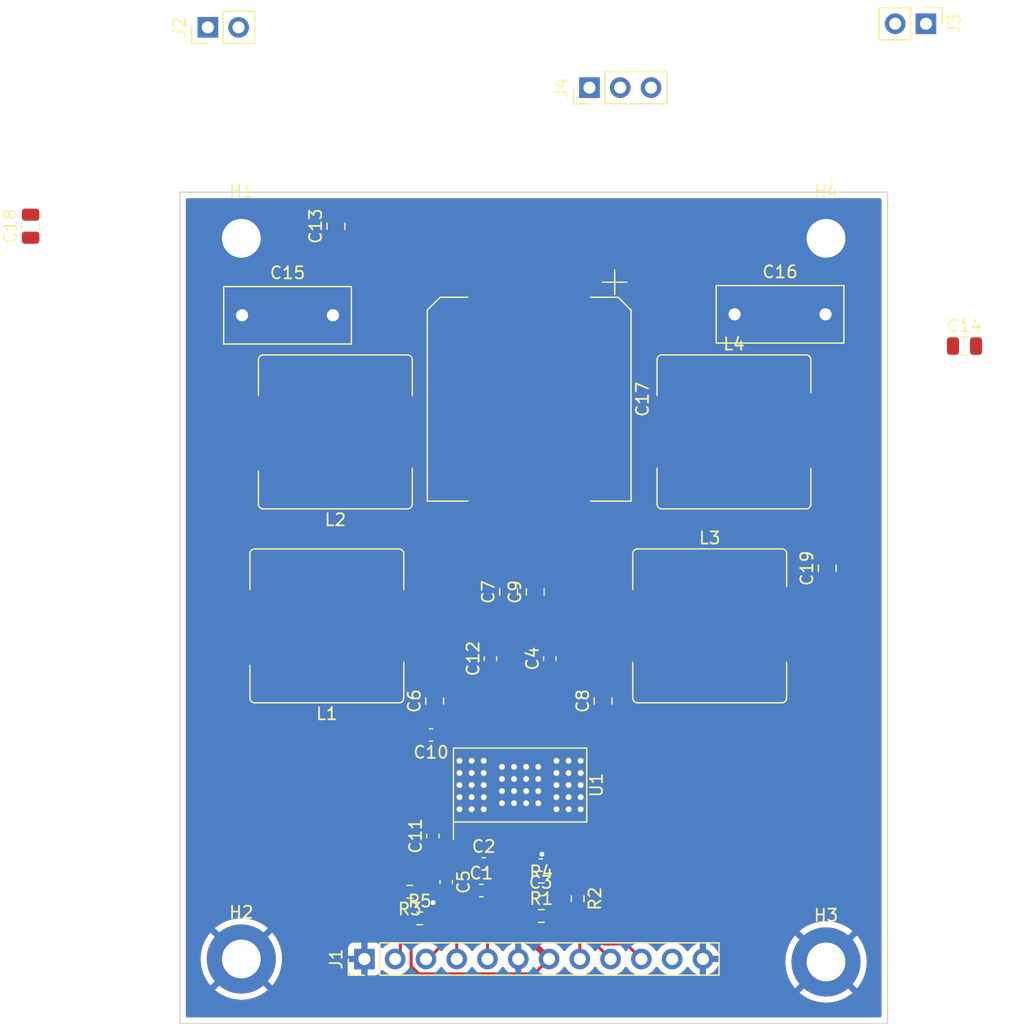
<source format=kicad_pcb>
(kicad_pcb (version 20210228) (generator pcbnew)

  (general
    (thickness 1.6)
  )

  (paper "A4")
  (title_block
    (title "TAS5760M Speaker Amplifier Modyule")
  )

  (layers
    (0 "F.Cu" signal)
    (31 "B.Cu" signal)
    (32 "B.Adhes" user "B.Adhesive")
    (33 "F.Adhes" user "F.Adhesive")
    (34 "B.Paste" user)
    (35 "F.Paste" user)
    (36 "B.SilkS" user "B.Silkscreen")
    (37 "F.SilkS" user "F.Silkscreen")
    (38 "B.Mask" user)
    (39 "F.Mask" user)
    (40 "Dwgs.User" user "User.Drawings")
    (41 "Cmts.User" user "User.Comments")
    (42 "Eco1.User" user "User.Eco1")
    (43 "Eco2.User" user "User.Eco2")
    (44 "Edge.Cuts" user)
    (45 "Margin" user)
    (46 "B.CrtYd" user "B.Courtyard")
    (47 "F.CrtYd" user "F.Courtyard")
    (48 "B.Fab" user)
    (49 "F.Fab" user)
    (50 "User.1" user)
    (51 "User.2" user)
    (52 "User.3" user)
    (53 "User.4" user)
    (54 "User.5" user)
    (55 "User.6" user)
    (56 "User.7" user)
    (57 "User.8" user)
    (58 "User.9" user)
  )

  (setup
    (stackup
      (layer "F.SilkS" (type "Top Silk Screen"))
      (layer "F.Paste" (type "Top Solder Paste"))
      (layer "F.Mask" (type "Top Solder Mask") (color "Green") (thickness 0.01))
      (layer "F.Cu" (type "copper") (thickness 0.035))
      (layer "dielectric 1" (type "core") (thickness 1.51) (material "FR4") (epsilon_r 4.5) (loss_tangent 0.02))
      (layer "B.Cu" (type "copper") (thickness 0.035))
      (layer "B.Mask" (type "Bottom Solder Mask") (color "Green") (thickness 0.01))
      (layer "B.Paste" (type "Bottom Solder Paste"))
      (layer "B.SilkS" (type "Bottom Silk Screen"))
      (copper_finish "None")
      (dielectric_constraints no)
    )
    (pad_to_mask_clearance 0)
    (pcbplotparams
      (layerselection 0x00010fc_ffffffff)
      (disableapertmacros false)
      (usegerberextensions false)
      (usegerberattributes true)
      (usegerberadvancedattributes true)
      (creategerberjobfile true)
      (svguseinch false)
      (svgprecision 6)
      (excludeedgelayer true)
      (plotframeref false)
      (viasonmask false)
      (mode 1)
      (useauxorigin false)
      (hpglpennumber 1)
      (hpglpenspeed 20)
      (hpglpendiameter 15.000000)
      (dxfpolygonmode true)
      (dxfimperialunits true)
      (dxfusepcbnewfont true)
      (psnegative false)
      (psa4output false)
      (plotreference true)
      (plotvalue true)
      (plotinvisibletext false)
      (sketchpadsonfab false)
      (subtractmaskfromsilk false)
      (outputformat 1)
      (mirror false)
      (drillshape 1)
      (scaleselection 1)
      (outputdirectory "")
    )
  )


  (net 0 "")
  (net 1 "Net-(C1-Pad1)")
  (net 2 "Net-(C1-Pad2)")
  (net 3 "Net-(C2-Pad1)")
  (net 4 "GND")
  (net 5 "+3V3")
  (net 6 "/19V")
  (net 7 "Net-(C10-Pad1)")
  (net 8 "Net-(C6-Pad1)")
  (net 9 "/SPK_A+")
  (net 10 "Net-(C7-Pad1)")
  (net 11 "/SPK_A-")
  (net 12 "Net-(C8-Pad1)")
  (net 13 "/SPK_B+")
  (net 14 "Net-(C9-Pad1)")
  (net 15 "/SPK_B-")
  (net 16 "Net-(C13-Pad1)")
  (net 17 "Net-(C14-Pad1)")
  (net 18 "Net-(C15-Pad1)")
  (net 19 "Net-(C16-Pad1)")
  (net 20 "/~SPK_FAULT")
  (net 21 "/~SPK_SD")
  (net 22 "/SDA")
  (net 23 "/SCL")
  (net 24 "/MCLK")
  (net 25 "/SCLK")
  (net 26 "/SDI")
  (net 27 "/WS")
  (net 28 "/ADR")
  (net 29 "Net-(R3-Pad1)")
  (net 30 "Net-(R4-Pad2)")

  (footprint "Capacitor_SMD:C_0603_1608Metric" (layer "F.Cu") (at 137.4 96.9 90))

  (footprint "Capacitor_SMD:C_0805_2012Metric" (layer "F.Cu") (at 99.45 61.23 90))

  (footprint "HackAmp-Footprints:L_Bourns_SRR1208" (layer "F.Cu") (at 123.9 94.2 180))

  (footprint "Resistor_SMD:R_0603_1608Metric" (layer "F.Cu") (at 141.6 115.93))

  (footprint "Connector_PinHeader_2.54mm:PinHeader_1x02_P2.54mm_Vertical" (layer "F.Cu") (at 173.35 44.53 -90))

  (footprint "Resistor_SMD:R_0603_1608Metric" (layer "F.Cu") (at 141.6 118.13))

  (footprint "Capacitor_SMD:C_0603_1608Metric" (layer "F.Cu") (at 136.65 116.03))

  (footprint "MountingHole:MountingHole_3.2mm_M3_ISO7380_Pad" (layer "F.Cu") (at 116.84 121.68))

  (footprint "Resistor_SMD:R_0603_1608Metric" (layer "F.Cu") (at 130.745 116.13 180))

  (footprint "Capacitor_SMD:C_0603_1608Metric" (layer "F.Cu") (at 132.65 111.53 90))

  (footprint "Capacitor_SMD:C_0603_1608Metric" (layer "F.Cu") (at 132.5 103.2 180))

  (footprint "HackAmp-Footprints:L_Bourns_SRR1208" (layer "F.Cu") (at 157.5 78.2))

  (footprint "HackAmp-Footprints:L_Bourns_SRR1208" (layer "F.Cu") (at 155.5 94.2))

  (footprint "Capacitor_SMD:CP_Elec_16x17.5" (layer "F.Cu") (at 140.6 75.5 -90))

  (footprint "Capacitor_SMD:C_0603_1608Metric" (layer "F.Cu") (at 142.3 96.9 90))

  (footprint "Resistor_SMD:R_0603_1608Metric" (layer "F.Cu") (at 131.57 118.33))

  (footprint "Resistor_SMD:R_0603_1608Metric" (layer "F.Cu") (at 144.6 116.7 -90))

  (footprint "Connector_PinHeader_2.54mm:PinHeader_1x03_P2.54mm_Vertical" (layer "F.Cu") (at 145.575 49.8 90))

  (footprint "Connector_PinHeader_2.54mm:PinHeader_1x02_P2.54mm_Vertical" (layer "F.Cu") (at 114.075 44.83 90))

  (footprint "Capacitor_SMD:C_0805_2012Metric" (layer "F.Cu") (at 141.1 91.4 90))

  (footprint "HackAmp-Footprints:L_Bourns_SRR1208" (layer "F.Cu") (at 124.6 78.2 180))

  (footprint "MountingHole:MountingHole_3.2mm_M3_ISO7380_Pad" (layer "F.Cu") (at 165.1 121.92))

  (footprint "Capacitor_THT:C_Rect_L10.3mm_W4.5mm_P7.50mm_MKS4" (layer "F.Cu") (at 116.905 68.58))

  (footprint "Capacitor_SMD:C_0805_2012Metric" (layer "F.Cu") (at 132.8 100.4 90))

  (footprint "Capacitor_SMD:C_0805_2012Metric" (layer "F.Cu") (at 176.53 71.12))

  (footprint "MountingHole:MountingHole_3.2mm_M3_ISO7380_Pad" (layer "F.Cu") (at 116.84 62.23))

  (footprint "Capacitor_SMD:C_0603_1608Metric" (layer "F.Cu") (at 141.55 113.93 180))

  (footprint "Connector_PinHeader_2.54mm:PinHeader_1x12_P2.54mm_Vertical" (layer "F.Cu") (at 127 121.68 90))

  (footprint "Capacitor_SMD:C_0805_2012Metric" (layer "F.Cu") (at 146.7 100.4 90))

  (footprint "Capacitor_SMD:C_0603_1608Metric" (layer "F.Cu") (at 133.75 115.33 -90))

  (footprint "Capacitor_THT:C_Rect_L10.3mm_W4.5mm_P7.50mm_MKS4" (layer "F.Cu") (at 157.555 68.5))

  (footprint "Capacitor_SMD:C_0805_2012Metric" (layer "F.Cu") (at 165.2 89.45 90))

  (footprint "Capacitor_SMD:C_0603_1608Metric" (layer "F.Cu") (at 136.85 113.83))

  (footprint "MountingHole:MountingHole_3.2mm_M3_ISO7380_Pad" (layer "F.Cu") (at 165.1 62.23))

  (footprint "HackAmp-Footprints:TexasInstruments_DAP32" (layer "F.Cu") (at 139.85 107.33 90))

  (footprint "Capacitor_SMD:C_0805_2012Metric" (layer "F.Cu") (at 138.9 91.4 90))

  (footprint "Capacitor_SMD:C_0805_2012Metric" (layer "F.Cu") (at 124.65 61.23 90))

  (gr_line (start 170.18 58.42) (end 111.76 58.42) (layer "Edge.Cuts") (width 0.1) (tstamp 7064edc8-5a97-463f-a151-e85fee368ed2))
  (gr_line (start 170.18 127) (end 170.18 58.42) (layer "Edge.Cuts") (width 0.1) (tstamp 82be46f6-125e-4364-aabc-b7cd46808a7d))
  (gr_line (start 111.76 58.42) (end 111.76 127) (layer "Edge.Cuts") (width 0.1) (tstamp c3960765-73e9-4dc9-ae5a-10b547c87c01))
  (gr_line (start 111.76 127) (end 170.18 127) (layer "Edge.Cuts") (width 0.1) (tstamp c95d2855-23ee-44e2-8670-16ec16d4823a))

  (segment (start 136.275 111.03) (end 136.275 112.247856) (width 0.25) (layer "F.Cu") (net 1) (tstamp 3f7c6530-8c77-456a-baa4-5740966f8690))
  (segment (start 135.75048 115.80548) (end 135.875 115.93) (width 0.25) (layer "F.Cu") (net 1) (tstamp 6763381d-d166-47fc-a623-d49056286b62))
  (segment (start 135.25 113.272855) (end 135.25 115.405) (width 0.25) (layer "F.Cu") (net 1) (tstamp abf95c3a-257e-4369-b073-202ed7fdc1e6))
  (segment (start 136.275 112.247856) (end 135.25 113.272855) (width 0.25) (layer "F.Cu") (net 1) (tstamp bdbd60a1-b13f-4bd1-8551-80edee2feb44))
  (segment (start 135.25 115.405) (end 135.875 116.03) (width 0.25) (layer "F.Cu") (net 1) (tstamp daa02b89-295b-4374-b744-626a31554493))
  (segment (start 137.575 111.03) (end 137.575 113.78) (width 0.25) (layer "F.Cu") (net 2) (tstamp 28a1edf9-35e2-4e56-980f-f152f816f2fc))
  (segment (start 137.625 113.83) (end 137.625 115.83) (width 0.25) (layer "F.Cu") (net 2) (tstamp 74693a85-8e45-4b94-a419-24978f4a0fd5))
  (segment (start 137.575 113.78) (end 137.625 113.83) (width 0.25) (layer "F.Cu") (net 2) (tstamp 8606e5c2-5341-4c88-8b3e-fdd5513b573b))
  (segment (start 137.625 115.83) (end 137.425 116.03) (width 0.25) (layer "F.Cu") (net 2) (tstamp 8a5528e9-0282-461e-b5b9-9d89b9d49d1e))
  (segment (start 136.925 111.03) (end 136.925 112.315) (width 0.25) (layer "F.Cu") (net 3) (tstamp 1cf6e9e1-be87-4eac-9c4b-62df40fda423))
  (segment (start 136.925 112.315) (end 136.075 113.165) (width 0.25) (layer "F.Cu") (net 3) (tstamp 3da93788-3eaf-4ae9-8db3-9186b61cdd32))
  (segment (start 136.075 113.165) (end 136.075 113.83) (width 0.25) (layer "F.Cu") (net 3) (tstamp a2188a88-bb61-4775-ae87-fec08ac6e1eb))
  (segment (start 142.325 113.705) (end 141.65 113.03) (width 0.25) (layer "F.Cu") (net 4) (tstamp 707a2c6b-59a0-4abf-abc7-4aa2f0813335))
  (segment (start 142.325 113.93) (end 142.325 113.705) (width 0.25) (layer "F.Cu") (net 4) (tstamp 7960092b-0119-4370-92d5-311d9724d026))
  (segment (start 133.75 116.105) (end 133.595 116.105) (width 0.25) (layer "F.Cu") (net 4) (tstamp 832c101c-5a5b-4668-9f04-2457ddd075da))
  (segment (start 133.595 116.105) (end 132.67 117.03) (width 0.25) (layer "F.Cu") (net 4) (tstamp c2fb9efa-e998-46b4-bca3-a059373b61fd))
  (via (at 132.67 117.03) (size 0.8) (drill 0.4) (layers "F.Cu" "B.Cu") (net 4) (tstamp 6221fdcf-0e00-408d-97fd-afc47cd47a57))
  (via (at 141.65 113.03) (size 0.8) (drill 0.4) (layers "F.Cu" "B.Cu") (net 4) (tstamp bda79f76-85d9-446c-a7a3-980e3d4dab64))
  (segment (start 140.775 118.13) (end 140.775 115.93) (width 0.5) (layer "F.Cu") (net 5) (tstamp 012e71c9-c88f-488f-a894-e38d8125629b))
  (segment (start 142.125 121.565) (end 142.24 121.68) (width 0.5) (layer "F.Cu") (net 5) (tstamp 11799f91-62ba-42ad-ba40-e005834c2a96))
  (segment (start 140.775 115.93) (end 140.775 113.93) (width 0.5) (layer "F.Cu") (net 5) (tstamp 119f1846-372c-48e8-8e53-a8aebe3f7aa9))
  (segment (start 140.775 118.13) (end 140.775 120.215) (width 0.5) (layer "F.Cu") (net 5) (tstamp 223aabb1-5432-4860-9e0d-26d1290089fd))
  (segment (start 140.825 113.88) (end 140.775 113.93) (width 0.25) (layer "F.Cu") (net 5) (tstamp 375dc1fb-e77a-42d0-b0c9-5ad88acc79ea))
  (segment (start 130.855489 122.267766) (end 131.492234 122.904511) (width 0.25) (layer "F.Cu") (net 5) (tstamp 73e9dd73-e14c-4071-8b56-218b60b6dc5d))
  (segment (start 140.825 111.03) (end 140.825 113.88) (width 0.25) (layer "F.Cu") (net 5) (tstamp 763a8a26-3d44-4492-8949-2493283b5022))
  (segment (start 130.855489 118.440489) (end 130.855489 122.267766) (width 0.25) (layer "F.Cu") (net 5) (tstamp 7ca9234a-7e9e-41b3-8844-b3e0e4a4df17))
  (segment (start 131.492234 122.904511) (end 141.015489 122.904511) (width 0.25) (layer "F.Cu") (net 5) (tstamp 8492948d-352d-4296-8934-a8f84e89698a))
  (segment (start 141.015489 122.904511) (end 142.24 121.68) (width 0.25) (layer "F.Cu") (net 5) (tstamp 8980817c-f0bc-4d3e-8481-9b5ddb8b8720))
  (segment (start 140.825 113.68) (end 140.775 113.73) (width 0.25) (layer "F.Cu") (net 5) (tstamp b2cf3d58-d2fe-4b90-b03b-f5795ec892c1))
  (segment (start 140.775 120.215) (end 142.24 121.68) (width 0.5) (layer "F.Cu") (net 5) (tstamp cd53ad2d-171b-4d66-9bd4-835e5dd05943))
  (segment (start 130.745 118.33) (end 130.855489 118.440489) (width 0.25) (layer "F.Cu") (net 5) (tstamp f87cf5a9-8de8-4e09-8b2f-e6016e1ba27e))
  (segment (start 125.516796 116.2) (end 120.523204 116.2) (width 0.5) (layer "F.Cu") (net 6) (tstamp 0c066bbf-cd4f-4875-b01f-54d51b254b91))
  (segment (start 126.408398 115.308398) (end 125.516796 116.2) (width 0.5) (layer "F.Cu") (net 6) (tstamp 13dc6b65-a59c-485d-a2e6-9428b3310f38))
  (segment (start 127.816796 113.9) (end 126.408398 115.308398) (width 0.5) (layer "F.Cu") (net 6) (tstamp 24634c05-1f7e-49e3-ac5f-fc1894ee5b28))
  (segment (start 132.65 112.65) (end 131.4 113.9) (width 0.5) (layer "F.Cu") (net 6) (tstamp 38375757-e065-4b67-ae4e-6d8988993ebb))
  (segment (start 131.4 113.9) (end 127.816796 113.9) (width 0.5) (layer "F.Cu") (net 6) (tstamp 7c6b57ed-e391-41f5-979d-decaa001fdef))
  (segment (start 132.65 112.305) (end 132.65 112.65) (width 0.5) (layer "F.Cu") (net 6) (tstamp 8bf8dcad-6e5d-44a9-905f-9fecc3fa9840))
  (segment (start 134.975 111.03) (end 134.975 112.135) (width 0.25) (layer "F.Cu") (net 6) (tstamp 9cd0e978-3b82-4c7c-b114-bfbf3a43bce4))
  (segment (start 134.805 112.305) (end 132.65 112.305) (width 0.25) (layer "F.Cu") (net 6) (tstamp bd3c8987-4bd9-4ead-9686-8caaa36dad79))
  (segment (start 134.975 112.135) (end 134.805 112.305) (width 0.25) (layer "F.Cu") (net 6) (tstamp e2850354-91f0-466a-8b32-39c113538c5a))
  (segment (start 133.75 114.555) (end 128.045 114.555) (width 0.25) (layer "F.Cu") (net 7) (tstamp 01f734c6-eade-4157-8497-eb05c88b648d))
  (segment (start 134.545 103.2) (end 134.975 103.63) (width 0.25) (layer "F.Cu") (net 7) (tstamp 15159b85-d850-4afd-8633-91d375ad55c2))
  (segment (start 119.1 98.5) (end 126.9 98.5) (width 0.25) (layer "F.Cu") (net 7) (tstamp 21cbf28b-99da-4dcc-8c81-7cb67a6e8bf1))
  (segment (start 120.27 116.83) (end 117.07 113.63) (width 0.25) (layer "F.Cu") (net 7) (tstamp 24cab09a-bea5-4415-b6c5-2524b59341eb))
  (segment (start 125.77 116.83) (end 120.27 116.83) (width 0.25) (layer "F.Cu") (net 7) (tstamp 36ea4333-56a1-4f39-846a-678af31eab38))
  (segment (start 130.75048 102.35048) (end 132.42548 102.35048) (width 0.25) (layer "F.Cu") (net 7) (tstamp 5a2f2e98-d8a3-4664-b7f7-2ebdac1231f8))
  (segment (start 133.75 114.555) (end 133.75 114.51) (width 0.25) (layer "F.Cu") (net 7) (tstamp 61d98c79-265d-4980-bb00-3ca3daa855e5))
  (segment (start 132.42548 102.35048) (end 133.275 103.2) (width 0.25) (layer "F.Cu") (net 7) (tstamp 7ab254e7-8c16-4cd5-b2e2-2e634a77487b))
  (segment (start 117.07 100.53) (end 119.1 98.5) (width 0.25) (layer "F.Cu") (net 7) (tstamp 7bd930ed-fccd-4b10-99ef-ec23387251d3))
  (segment (start 128.045 114.555) (end 125.77 116.83) (width 0.25) (layer "F.Cu") (net 7) (tstamp a814528c-e098-4aec-a8f7-f97bf5cde2d0))
  (segment (start 126.9 98.5) (end 130.75048 102.35048) (width 0.25) (layer "F.Cu") (net 7) (tstamp c540c1b4-2b3c-49a0-a24c-eb58cfcc60a7))
  (segment (start 135.625 112.191428) (end 133.75 114.066428) (width 0.25) (layer "F.Cu") (net 7) (tstamp ccfb23e9-587f-456a-af2b-b1731233262e))
  (segment (start 133.275 103.2) (end 134.545 103.2) (width 0.25) (layer "F.Cu") (net 7) (tstamp d026d204-ddb2-4e8e-b29a-c7b564d2baab))
  (segment (start 117.07 113.63) (end 117.07 100.53) (width 0.25) (layer "F.Cu") (net 7) (tstamp d09c4304-a55d-436f-9b58-ecf1b4fdce13))
  (segment (start 135.625 111.03) (end 135.625 112.191428) (width 0.25) (layer "F.Cu") (net 7) (tstamp dfc43203-5bd3-407a-9840-b7609610f02a))
  (segment (start 133.75 114.066428) (end 133.75 114.555) (width 0.25) (layer "F.Cu") (net 7) (tstamp e2219bb2-7095-4afc-9f5a-fb8a4a0f79a6))
  (segment (start 136.01912 102.3) (end 133.6 102.3) (width 0.25) (layer "F.Cu") (net 8) (tstamp 66480d91-0d35-4b40-8194-e65fd58dd6c9))
  (segment (start 136.275 103.63) (end 136.275 102.55588) (width 0.25) (layer "F.Cu") (net 8) (tstamp 8f8f548d-e976-4f1b-a713-ce54fca0e00e))
  (segment (start 132.8 101.5) (end 132.8 101.35) (width 0.25) (layer "F.Cu") (net 8) (tstamp b72cd6d2-4fff-449c-906f-d04ccd68b6bc))
  (segment (start 133.6 102.3) (end 132.8 101.5) (width 0.25) (layer "F.Cu") (net 8) (tstamp bb088989-d68f-4854-bb1b-58606d87ea9b))
  (segment (start 136.275 102.55588) (end 136.01912 102.3) (width 0.25) (layer "F.Cu") (net 8) (tstamp cd13b300-27b0-439d-909e-ae77a3188381))
  (segment (start 139.525 92.975) (end 138.9 92.35) (width 0.25) (layer "F.Cu") (net 10) (tstamp 2434e7c1-673b-410b-9dd5-114d788c1e2e))
  (segment (start 139.525 103.63) (end 139.525 92.975) (width 0.25) (layer "F.Cu") (net 10) (tstamp 25889a9a-c819-4b67-ac98-3f6fbf4c3c25))
  (segment (start 143.425 102.48) (end 143.605 102.3) (width 0.25) (layer "F.Cu") (net 12) (tstamp 6418b2d2-690d-4fce-8e56-c12411ad4b80))
  (segment (start 145.75 102.3) (end 146.7 101.35) (width 0.25) (layer "F.Cu") (net 12) (tstamp 6e70d35b-2d55-4215-abfe-cdcad5f8ca37))
  (segment (start 143.425 103.63) (end 143.425 102.48) (width 0.25) (layer "F.Cu") (net 12) (tstamp 8cd96336-dd22-4113-8fe1-d319e04566a3))
  (segment (start 143.605 102.3) (end 145.75 102.3) (width 0.25) (layer "F.Cu") (net 12) (tstamp c7549556-80cd-4cda-b236-1397db5a682a))
  (segment (start 140.175 93.275) (end 141.1 92.35) (width 0.25) (layer "F.Cu") (net 14) (tstamp 85327731-349e-41ef-a47a-8ffc6f578525))
  (segment (start 140.175 103.63) (end 140.175 93.275) (width 0.25) (layer "F.Cu") (net 14) (tstamp f7e92551-dafc-4c33-a3df-9eb1f23f2886))
  (segment (start 129.92 116.68) (end 129.92 116.13) (width 0.25) (layer "F.Cu") (net 20) (tstamp 15d1fb88-8aaf-4ff7-8bfa-a2d9341ae61b))
  (segment (start 129.54 121.68) (end 129.97 121.25) (width 0.25) (layer "F.Cu") (net 20) (tstamp 186357cf-3a16-42a8-92c2-69f95a365a86))
  (segment (start 129.97 116.73) (end 129.92 116.68) (width 0.25) (layer "F.Cu") (net 20) (tstamp 3b5d389b-1513-4849-97b2-839cf8421cbc))
  (segment (start 129.97 121.25) (end 129.97 116.73) (width 0.25) (layer "F.Cu") (net 20) (tstamp 9dda47fa-f582-42bb-b39d-ca927a1ba248))
  (segment (start 138.949039 114.550961) (end 138.75 114.75) (width 0.25) (layer "F.Cu") (net 21) (tstamp 0247dfac-3448-4550-acbf-e6b6672c3b4f))
  (segment (start 138.74952 115.146909) (end 138.74952 115.846907) (width 0.25) (layer "F.Cu") (net 21) (tstamp 04ce9203-25b9-46e6-a661-5a57a16a8688))
  (segment (start 138.75 115.146428) (end 138.74952 115.146909) (width 0.25) (layer "F.Cu") (net 21) (tstamp 16644af1-ca19-4dce-8dbf-ff6e0399cfca))
  (segment (start 138.112309 117.37904) (end 136.55096 117.37904) (width 0.25) (layer "F.Cu") (net 21) (tstamp 16b9235e-810e-44d3-99a7-cd48d856efa2))
  (segment (start 138.875 112.235) (end 138.94904 112.30904) (width 0.25) (layer "F.Cu") (net 21) (tstamp 2e256e77-3a8c-4659-81aa-d9c0a0f42c20))
  (segment (start 138.75 116.74135) (end 138.112309 117.37904) (width 0.25) (layer "F.Cu") (net 21) (tstamp 38d319bc-7c62-4ad2-a9b5-3e655066c020))
  (segment (start 138.75 114.75) (end 138.75 115.146428) (width 0.25) (layer "F.Cu") (net 21) (tstamp 4c358f57-b73a-43d0-a026-6b98dc854542))
  (segment (start 136.55096 117.37904) (end 132.25 121.68) (width 0.25) (layer "F.Cu") (net 21) (tstamp 77aebea9-26c8-41bb-80f8-2770cb613f9a))
  (segment (start 132.25 121.68) (end 132.08 121.68) (width 0.25) (layer "F.Cu") (net 21) (tstamp 8ee5ca2f-0c59-4dd2-89ea-3420030a2862))
  (segment (start 138.875 111.03) (end 138.875 112.235) (width 0.25) (layer "F.Cu") (net 21) (tstamp 91550fe5-9748-4b78-9aec-16966a59f077))
  (segment (start 138.94904 112.30904) (end 138.949039 114.550961) (width 0.25) (layer "F.Cu") (net 21) (tstamp 968e86eb-d4d6-488a-b00a-367402bb8d12))
  (segment (start 138.74952 115.846907) (end 138.75 115.847387) (width 0.25) (layer "F.Cu") (net 21) (tstamp ab32ea1c-e436-43ff-98a8-e3d7e2d0532c))
  (segment (start 138.75 115.847387) (end 138.75 116.74135) (width 0.25) (layer "F.Cu") (net 21) (tstamp c5269e44-a8fc-446b-bce9-4189a9f66806))
  (segment (start 139.525 111.03) (end 139.525 112.175) (width 0.25) (layer "F.Cu") (net 22) (tstamp 169b218f-54cf-4a52-9a34-9a78e7a5ffd0))
  (segment (start 139.24952 115.353335) (end 139.24904 115.353815) (width 0.25) (layer "F.Cu") (net 22) (tstamp 1d826c53-1a72-4c2f-8716-bafc5af4fe52))
  (segment (start 139.24952 116.948256) (end 139.24952 115.353335) (width 0.25) (layer "F.Cu") (net 22) (tstamp 1f0d0907-6790-4de2-b05a-5c0c33a0a954))
  (segment (start 134.62 120.016428) (end 136.757868 117.87856) (width 0.25) (layer "F.Cu") (net 22) (tstamp 254cface-4638-4e66-b8fc-60e7232adfa9))
  (segment (start 139.448559 114.757868) (end 139.24952 114.956907) (width 0.25) (layer "F.Cu") (net 22) (tstamp 3f39ae77-a5da-4e25-a2be-251d7488ee88))
  (segment (start 139.44856 112.9) (end 139.448559 114.757868) (width 0.25) (layer "F.Cu") (net 22) (tstamp 62833a6e-ada8-42f8-8a9c-24d961bf4620))
  (segment (start 139.44856 112.25144) (end 139.44856 112.9) (width 0.25) (layer "F.Cu") (net 22) (tstamp 67fed03a-e29b-4235-9d22-cae647e672ae))
  (segment (start 139.525 112.175) (end 139.44856 112.25144) (width 0.25) (layer "F.Cu") (net 22) (tstamp 6dfb2fef-a8d1-4b7d-88a3-10f3e20902e1))
  (segment (start 136.757868 117.87856) (end 138.319218 117.878559) (width 0.25) (layer "F.Cu") (net 22) (tstamp 79858d27-2a2e-4127-90d3-1dc2ba1ad312))
  (segment (start 134.62 121.68) (end 134.62 120.016428) (width 0.25) (layer "F.Cu") (net 22) (tstamp a3f6d165-40aa-45db-8c15-35ce5f7f6699))
  (segment (start 139.24952 114.956907) (end 139.24952 115.353335) (width 0.25) (layer "F.Cu") (net 22) (tstamp b0a9140d-d6eb-4af6-9478-0cc6c70694e9))
  (segment (start 138.319218 117.878559) (end 139.24952 116.948256) (width 0.25) (layer "F.Cu") (net 22) (tstamp c1183b1e-066d-4587-b2b8-3e1f32103c3a))
  (segment (start 140.175 111.03) (end 140.175 112.231427) (width 0.25) (layer "F.Cu") (net 23) (tstamp 0cc55e96-5950-4664-8273-74416a81332e))
  (segment (start 140.175 112.231427) (end 139.94808 112.458347) (width 0.25) (layer "F.Cu") (net 23) (tstamp 1153de97-8604-4e46-b604-9e9cb9987df7))
  (segment (start 139.948078 114.964777) (end 139.74904 115.163815) (width 0.25) (layer "F.Cu") (net 23) (tstamp 474871d7-aeae-49c7-b063-928015b5a1c9))
  (segment (start 139.749039 117.155165) (end 137.16 119.744204) (width 0.25) (layer "F.Cu") (net 23) (tstamp 4f3cae4f-e404-4ea2-a76e-e25bd306cc5e))
  (segment (start 137.16 119.744204) (end 137.16 121.68) (width 0.25) (layer "F.Cu") (net 23) (tstamp 55241c80-155b-49a8-902e-544bbad56d85))
  (segment (start 139.94808 112.458347) (end 139.948078 114.964777) (width 0.25) (layer "F.Cu") (net 23) (tstamp 7f926152-c283-47da-84b0-04f6aaa2ff1e))
  (segment (start 139.74904 115.163815) (end 139.749039 117.155165) (width 0.25) (layer "F.Cu") (net 23) (tstamp ab59cb89-3da1-41ef-be06-76dd21757d4f))
  (segment (start 145.45 118.42) (end 144.78 119.09) (width 0.25) (layer "F.Cu") (net 24) (tstamp 230b378c-9062-46c7-a7a8-92951e706737))
  (segment (start 143.425 111.03) (end 143.425 112.236427) (width 0.25) (layer "F.Cu") (net 24) (tstamp 2bab4be4-59c3-4a0c-be17-e467af5978ea))
  (segment (start 145.45 114.261427) (end 145.45 118.42) (width 0.25) (layer "F.Cu") (net 24) (tstamp 5e84a1d3-f8a6-44fc-86bb-b8baa39baacd))
  (segment (start 143.425 112.236427) (end 145.45 114.261427) (width 0.25) (layer "F.Cu") (net 24) (tstamp a6700e01-025f-447e-b6bc-aca072ae2ff1))
  (segment (start 144.78 119.09) (end 144.78 121.68) (width 0.25) (layer "F.Cu") (net 24) (tstamp d123884e-7dc3-4fa9-9dca-1aa9cc2aeeaa))
  (segment (start 145.95 120.31) (end 147.32 121.68) (width 0.25) (layer "F.Cu") (net 25) (tstamp 23ca500e-dd24-41cf-8344-762d353ba2ac))
  (segment (start 144.075 112.18) (end 145.95 114.055) (width 0.25) (layer "F.Cu") (net 25) (tstamp 8257fa7b-6ef1-4acf-be18-e5f099e773b1))
  (segment (start 144.075 111.03) (end 144.075 112.18) (width 0.25) (layer "F.Cu") (net 25) (tstamp bb4b5457-0782-4096-b9d9-a7f9522bffc6))
  (segment (start 145.95 114.055) (end 145.95 120.31) (width 0.25) (layer "F.Cu") (net 25) (tstamp f3dac3ab-7d58-4fce-91ba-68fd56955881))
  (segment (start 146.786428 120.44) (end 148.68 120.44) (width 0.25) (layer "F.Cu") (net 26) (tstamp 3efeda2b-dd9a-406f-ac26-0ec6a98985aa))
  (segment (start 146.44952 120.103092) (end 146.786428 120.44) (width 0.25) (layer "F.Cu") (net 26) (tstamp 4b4fee15-53d8-4194-8c68-9b790c99138f))
  (segment (start 146.449519 113.848091) (end 146.44952 120.103092) (width 0.25) (layer "F.Cu") (net 26) (tstamp 602201c8-8af3-4506-919a-851a2a44d263))
  (segment (start 148.68 120.44) (end 148.68 120.5) (width 0.25) (layer "F.Cu") (net 26) (tstamp 761886da-7d3d-4243-8b0a-76a84e75fbaa))
  (segment (start 144.725 111.03) (end 144.725 112.123572) (width 0.25) (layer "F.Cu") (net 26) (tstamp b8b6a964-45e3-406b-ac89-7e07879ca632))
  (segment (start 144.725 112.123572) (end 146.449519 113.848091) (width 0.25) (layer "F.Cu") (net 26) (tstamp c24e5bc7-8039-4bcc-afef-17e8e565515f))
  (segment (start 148.68 120.5) (end 149.86 121.68) (width 0.25) (layer "F.Cu") (net 26) (tstamp f1bc9405-89f1-475c-9f8d-4617daefb6eb))
  (segment (start 142.425 118.13) (end 142.49 118.13) (width 0.25) (layer "F.Cu") (net 28) (tstamp 088a7968-2f0d-4b36-a7e1-c1be63dab333))
  (segment (start 142.775 112.292855) (end 142.775 111.03) (width 0.25) (layer "F.Cu") (net 28) (tstamp 19e4dab6-2b21-4576-a640-7a47f2ec6e44))
  (segment (start 142.49 118.13) (end 143.19952 117.42048) (width 0.25) (layer "F.Cu") (net 28) (tstamp 36c5043d-7831-487b-ad6c-e1b927a18076))
  (segment (start 143.7 113.217855) (end 142.775 112.292855) (width 0.25) (layer "F.Cu") (net 28) (tstamp 5a07dcf6-6942-4976-af61-7ef0abb98cb9))
  (segment (start 143.19952 116.106908) (end 143.7 115.606428) (width 0.25) (layer "F.Cu") (net 28) (tstamp 5e463db0-4e8d-429d-ae61-0b4bb9466c7f))
  (segment (start 143.968572 115.875) (end 143.7 115.606428) (width 0.25) (layer "F.Cu") (net 28) (tstamp 70017cea-bfcd-40cc-8114-401af904607d))
  (segment (start 143.7 115.606428) (end 143.7 113.217855) (width 0.25) (layer "F.Cu") (net 28) (tstamp b0c4b7f6-c774-483c-88df-0cc8a46eb25c))
  (segment (start 143.19952 117.42048) (end 143.19952 116.106908) (width 0.25) (layer "F.Cu") (net 28) (tstamp d557aa3d-49e8-4a54-b51a-1bf797257e45))
  (segment (start 144.6 115.875) (end 143.968572 115.875) (width 0.25) (layer "F.Cu") (net 28) (tstamp e1856b9f-c02b-4fd8-856b-c852c7bd0d5a))
  (segment (start 138.44952 113.324598) (end 138.44952 114.34048) (width 0.25) (layer "F.Cu") (net 29) (tstamp 0770ce38-d8e1-4b31-93b0-662a708fa008))
  (segment (start 134.88 118.33) (end 136.33048 116.87952) (width 0.25) (layer "F.Cu") (net 29) (tstamp 129f03ab-44b3-43b7-85ea-d7e252f98385))
  (segment (start 132.395 118.33) (end 134.88 118.33) (width 0.25) (layer "F.Cu") (net 29) (tstamp 31a64025-0a7d-4c3c-8014-c2f6261588f1))
  (segment (start 137.905402 116.87952) (end 137.67 116.87952) (width 0.25) (layer "F.Cu") (net 29) (tstamp 592568a2-4f8c-4699-9851-0303e8479d54))
  (segment (start 138.225 113.100078) (end 138.44952 113.324598) (width 0.25) (layer "F.Cu") (net 29) (tstamp 5e6efe04-990e-4755-b4de-b50cef1770b9))
  (segment (start 131.57 116.13) (end 131.57 117.505) (width 0.25) (layer "F.Cu") (net 29) (tstamp 6cfe3252-ec9e-43f3-830f-aac73c4b440d))
  (segment (start 131.57 117.505) (end 132.395 118.33) (width 0.25) (layer "F.Cu") (net 29) (tstamp 7a8a3480-b434-4348-ab2f-07c8cca18730))
  (segment (start 138.24952 114.54048) (end 138.24952 116.535402) (width 0.25) (layer "F.Cu") (net 29) (tstamp 814e7a7d-1afc-4baf-ba9b-5b390b67ab84))
  (segment (start 136.33048 116.87952) (end 137.905402 116.87952) (width 0.25) (layer "F.Cu") (net 29) (tstamp 8339d4b2-8cf2-4c29-ae73-3a9fc18c3313))
  (segment (start 138.24952 116.535402) (end 137.905402 116.87952) (width 0.25) (layer "F.Cu") (net 29) (tstamp acf1cb63-01c5-4680-9abc-5c5bdd013d7d))
  (segment (start 138.225 111.03) (end 138.225 113.100078) (width 0.25) (layer "F.Cu") (net 29) (tstamp e6ed41ea-7e7a-4588-b0fd-9756cda6ac5c))
  (segment (start 138.44952 114.34048) (end 138.24952 114.54048) (width 0.25) (layer "F.Cu") (net 29) (tstamp ea32399b-b981-4233-ae3f-e445d49dd1f5))
  (segment (start 142.125 112.355) (end 142.125 111.03) (width 0.25) (layer "F.Cu") (net 30) (tstamp 0c2ce7bc-d450-4729-b50c-f92ccdc0983d))
  (segment (start 142.67 115.93) (end 143.197859 115.402141) (width 0.25) (layer "F.Cu") (net 30) (tstamp 0e16c49d-5da4-4483-8316-af99a24dd763))
  (segment (start 142.425 115.93) (end 142.67 115.93) (width 0.25) (layer "F.Cu") (net 30) (tstamp 13a35c1d-f820-4b61-99a5-0ce2467a6e3b))
  (segment (start 142.75048 112.98048) (end 142.125 112.355) (width 0.25) (layer "F.Cu") (net 30) (tstamp 4abfa16c-8898-4c53-a37e-a8a91dffa8d8))
  (segment (start 141.475 111.03) (end 142.125 111.03) (width 0.25) (layer "F.Cu") (net 30) (tstamp aae5901d-7ce3-47bc-923c-5105e217bbfd))
  (segment (start 142.756197 112.98048) (end 142.75048 112.98048) (width 0.25) (layer "F.Cu") (net 30) (tstamp ab2c7388-98b4-4628-a49f-bbac26d786c2))
  (segment (start 143.197859 113.422141) (end 142.756197 112.98048) (width 0.25) (layer "F.Cu") (net 30) (tstamp bc95feab-8512-4d53-9437-d1e33799896d))
  (segment (start 143.197859 115.402141) (end 143.197859 113.422141) (width 0.25) (layer "F.Cu") (net 30) (tstamp f47167ab-a823-4edc-9c9e-bcb2b4a240bb))

  (zone (net 4) (net_name "GND") (layers F&B.Cu) (tstamp 79a24cc0-921d-409c-a94e-8c5f7125e4ac) (hatch edge 0.508)
    (connect_pads (clearance 0.508))
    (min_thickness 0.254) (filled_areas_thickness no)
    (fill yes (thermal_gap 0.508) (thermal_bridge_width 0.508))
    (polygon
      (pts
        (xy 170.18 127)
        (xy 111.76 127)
        (xy 111.76 58.42)
        (xy 170.18 58.42)
      )
    )
    (filled_polygon
      (layer "F.Cu")
      (pts
        (xy 169.614121 58.948002)
        (xy 169.660614 59.001658)
        (xy 169.672 59.054)
        (xy 169.672 126.366)
        (xy 169.651998 126.434121)
        (xy 169.598342 126.480614)
        (xy 169.546 126.492)
        (xy 112.394 126.492)
        (xy 112.325879 126.471998)
        (xy 112.279386 126.418342)
        (xy 112.268 126.366)
        (xy 112.268 124.231793)
        (xy 114.653747 124.231793)
        (xy 114.653823 124.232863)
        (xy 114.657008 124.237697)
        (xy 114.937304 124.452776)
        (xy 114.942934 124.456631)
        (xy 115.247897 124.642052)
        (xy 115.253899 124.64527)
        (xy 115.577114 124.796674)
        (xy 115.583419 124.799222)
        (xy 115.921099 124.914836)
        (xy 115.92765 124.916689)
        (xy 116.275827 124.995154)
        (xy 116.282546 124.996291)
        (xy 116.63717 125.036696)
        (xy 116.64396 125.037099)
        (xy 117.000869 125.038967)
        (xy 117.00767 125.038635)
        (xy 117.362697 125.001947)
        (xy 117.369425 125.000881)
        (xy 117.718419 124.926062)
        (xy 117.724968 124.924283)
        (xy 118.063845 124.812211)
        (xy 118.070187 124.809725)
        (xy 118.394949 124.661723)
        (xy 118.401008 124.658556)
        (xy 118.707888 124.476343)
        (xy 118.713552 124.472551)
        (xy 118.714562 124.471793)
        (xy 162.913747 124.471793)
        (xy 162.913823 124.472863)
        (xy 162.917008 124.477697)
        (xy 163.197304 124.692776)
        (xy 163.202934 124.696631)
        (xy 163.507897 124.882052)
        (xy 163.513899 124.88527)
        (xy 163.837114 125.036674)
        (xy 163.843419 125.039222)
        (xy 164.181099 125.154836)
        (xy 164.18765 125.156689)
        (xy 164.535827 125.235154)
        (xy 164.542546 125.236291)
        (xy 164.89717 125.276696)
        (xy 164.90396 125.277099)
        (xy 165.260869 125.278967)
        (xy 165.26767 125.278635)
        (xy 165.622697 125.241947)
        (xy 165.629425 125.240881)
        (xy 165.978419 125.166062)
        (xy 165.984968 125.164283)
        (xy 166.323845 125.052211)
        (xy 166.330187 125.049725)
        (xy 166.654949 124.901723)
        (xy 166.661008 124.898556)
        (xy 166.967888 124.716343)
        (xy 166.973552 124.712551)
        (xy 167.258962 124.498259)
        (xy 167.264188 124.493874)
        (xy 167.277037 124.48185)
        (xy 167.285105 124.468172)
        (xy 167.285077 124.467446)
        (xy 167.279935 124.459145)
        (xy 165.112812 122.292022)
        (xy 165.098868 122.284408)
        (xy 165.097035 122.284539)
        (xy 165.09042 122.28879)
        (xy 162.921361 124.457849)
        (xy 162.913747 124.471793)
        (xy 118.714562 124.471793)
        (xy 118.998962 124.258259)
        (xy 119.004188 124.253874)
        (xy 119.017037 124.24185)
        (xy 119.025105 124.228172)
        (xy 119.025077 124.227446)
        (xy 119.019935 124.219145)
        (xy 116.852812 122.052022)
        (xy 116.838868 122.044408)
        (xy 116.837035 122.044539)
        (xy 116.83042 122.04879)
        (xy 114.661361 124.217849)
        (xy 114.653747 124.231793)
        (xy 112.268 124.231793)
        (xy 112.268 121.671657)
        (xy 113.477192 121.671657)
        (xy 113.495251 122.028134)
        (xy 113.495961 122.03489)
        (xy 113.552411 122.387319)
        (xy 113.55385 122.393974)
        (xy 113.64803 122.738237)
        (xy 113.650179 122.744698)
        (xy 113.780991 123.076784)
        (xy 113.783822 123.082967)
        (xy 113.949734 123.398984)
        (xy 113.953217 123.404826)
        (xy 114.152292 123.701081)
        (xy 114.156385 123.706511)
        (xy 114.280892 123.854369)
        (xy 114.293631 123.862813)
        (xy 114.304074 123.856716)
        (xy 116.467978 121.692812)
        (xy 116.474356 121.681132)
        (xy 117.204408 121.681132)
        (xy 117.204539 121.682965)
        (xy 117.20879 121.68958)
        (xy 119.374511 123.855301)
        (xy 119.388108 123.862726)
        (xy 119.397717 123.856029)
        (xy 119.502251 123.734498)
        (xy 119.5064 123.72911)
        (xy 119.708561 123.434964)
        (xy 119.712108 123.429153)
        (xy 119.881311 123.114908)
        (xy 119.884218 123.10873)
        (xy 120.018499 122.778038)
        (xy 120.020713 122.771608)
        (xy 120.118493 122.428346)
        (xy 120.12 122.421716)
        (xy 120.180141 122.069881)
        (xy 120.180921 122.063141)
        (xy 120.187991 121.947548)
        (xy 125.637 121.947548)
        (xy 125.637 122.527743)
        (xy 125.637161 122.53225)
        (xy 125.64174 122.596269)
        (xy 125.644126 122.609491)
        (xy 125.680819 122.734458)
        (xy 125.688233 122.750692)
        (xy 125.757426 122.85836)
        (xy 125.769112 122.871847)
        (xy 125.86584 122.955662)
        (xy 125.880848 122.965307)
        (xy 125.997275 123.018477)
        (xy 126.014388 123.023502)
        (xy 126.145554 123.042361)
        (xy 126.154495 123.043)
        (xy 126.727885 123.043)
        (xy 126.743124 123.038525)
        (xy 126.744329 123.037135)
        (xy 126.746 123.029452)
        (xy 126.746 121.952115)
        (xy 126.741525 121.936876)
        (xy 126.740135 121.935671)
        (xy 126.732452 121.934)
        (xy 125.655115 121.934)
        (xy 125.639876 121.938475)
        (xy 125.638671 121.939865)
        (xy 125.637 121.947548)
        (xy 120.187991 121.947548)
        (xy 120.202808 121.705275)
        (xy 120.202924 121.701673)
        (xy 120.202994 121.68182)
        (xy 120.202902 121.678193)
        (xy 120.183514 121.3202)
        (xy 120.182779 121.313434)
        (xy 120.125101 120.961218)
        (xy 120.123634 120.954546)
        (xy 120.090341 120.834495)
        (xy 125.637 120.834495)
        (xy 125.637 121.407885)
        (xy 125.641475 121.423124)
        (xy 125.642865 121.424329)
        (xy 125.650548 121.426)
        (xy 126.727885 121.426)
        (xy 126.743124 121.421525)
        (xy 126.744329 121.420135)
        (xy 126.746 121.412452)
        (xy 126.746 120.335115)
        (xy 126.741525 120.319876)
        (xy 126.740135 120.318671)
        (xy 126.732452 120.317)
        (xy 126.152257 120.317)
        (xy 126.14775 120.317161)
        (xy 126.083731 120.32174)
        (xy 126.070509 120.324126)
        (xy 125.945542 120.360819)
        (xy 125.929308 120.368233)
        (xy 125.82164 120.437426)
        (xy 125.808153 120.449112)
        (xy 125.724338 120.54584)
        (xy 125.714693 120.560848)
        (xy 125.661523 120.677275)
        (xy 125.656498 120.694388)
        (xy 125.637639 120.825554)
        (xy 125.637 120.834495)
        (xy 120.090341 120.834495)
        (xy 120.028258 120.610634)
        (xy 120.026084 120.60417)
        (xy 119.894115 120.272547)
        (xy 119.891259 120.266367)
        (xy 119.724249 119.950939)
        (xy 119.720749 119.945114)
        (xy 119.520637 119.64955)
        (xy 119.516523 119.64413)
        (xy 119.399089 119.505656)
        (xy 119.386263 119.497219)
        (xy 119.375938 119.503272)
        (xy 117.212022 121.667188)
        (xy 117.204408 121.681132)
        (xy 116.474356 121.681132)
        (xy 116.475592 121.678868)
        (xy 116.475461 121.677035)
        (xy 116.47121 121.67042)
        (xy 114.305479 119.504689)
        (xy 114.291942 119.497297)
        (xy 114.282241 119.504084)
        (xy 114.170595 119.634806)
        (xy 114.166461 119.640214)
        (xy 113.965336 119.935051)
        (xy 113.961801 119.940888)
        (xy 113.793694 120.255725)
        (xy 113.790813 120.261904)
        (xy 113.657689 120.59306)
        (xy 113.655498 120.599495)
        (xy 113.558913 120.943106)
        (xy 113.55743 120.949742)
        (xy 113.498521 121.301765)
        (xy 113.497762 121.308537)
        (xy 113.477216 121.664862)
        (xy 113.477192 121.671657)
        (xy 112.268 121.671657)
        (xy 112.268 119.131446)
        (xy 114.654532 119.131446)
        (xy 114.654567 119.132286)
        (xy 114.659618 119.140408)
        (xy 116.827188 121.307978)
        (xy 116.841132 121.315592)
        (xy 116.842965 121.315461)
        (xy 116.84958 121.31121)
        (xy 119.018214 119.142576)
        (xy 119.025828 119.128632)
        (xy 119.02576 119.127677)
        (xy 119.020817 119.120202)
        (xy 119.016915 119.116881)
        (xy 118.732993 118.90059)
        (xy 118.727369 118.896768)
        (xy 118.421755 118.712409)
        (xy 118.415738 118.70921)
        (xy 118.092006 118.558939)
        (xy 118.08567 118.556405)
        (xy 117.747612 118.441979)
        (xy 117.741044 118.440145)
        (xy 117.392606 118.362899)
        (xy 117.385867 118.361783)
        (xy 117.031109 118.322617)
        (xy 117.024328 118.322238)
        (xy 116.667391 118.321615)
        (xy 116.660618 118.32197)
        (xy 116.305704 118.359899)
        (xy 116.298994 118.360986)
        (xy 115.950271 118.43702)
        (xy 115.943696 118.438831)
        (xy 115.605225 118.552082)
        (xy 115.598903 118.554585)
        (xy 115.274649 118.703725)
        (xy 115.268606 118.706911)
        (xy 114.962362 118.890195)
        (xy 114.956716 118.894003)
        (xy 114.672038 119.109303)
        (xy 114.666848 119.11369)
        (xy 114.662555 119.117735)
        (xy 114.654532 119.131446)
        (xy 112.268 119.131446)
        (xy 112.268 100.509944)
        (xy 116.431816 100.509944)
        (xy 116.432562 100.517836)
        (xy 116.435941 100.553582)
        (xy 116.4365 100.56544)
        (xy 116.4365 113.551616)
        (xy 116.435986 113.56252)
        (xy 116.434334 113.569911)
        (xy 116.434583 113.577837)
        (xy 116.434583 113.577838)
        (xy 116.436438 113.636866)
        (xy 116.4365 113.640823)
        (xy 116.4365 113.669578)
        (xy 116.436996 113.673503)
        (xy 116.436996 113.673504)
        (xy 116.437039 113.673843)
        (xy 116.437972 113.685687)
        (xy 116.439361 113.729883)
        (xy 116.441573 113.737495)
        (xy 116.445012 113.749333)
        (xy 116.449022 113.768696)
        (xy 116.450143 113.777568)
        (xy 116.45156 113.788788)
        (xy 116.454476 113.796153)
        (xy 116.454477 113.796157)
        (xy 116.467837 113.829901)
        (xy 116.471681 113.841128)
        (xy 116.484014 113.883578)
        (xy 116.488052 113.890406)
        (xy 116.494323 113.901011)
        (xy 116.503019 113.918762)
        (xy 116.507558 113.930226)
        (xy 116.510478 113.9376)
        (xy 116.515139 113.944015)
        (xy 116.536465 113.973367)
        (xy 116.542983 113.98329)
        (xy 116.565486 114.021341)
        (xy 116.565855 114.021759)
        (xy 116.579938 114.035842)
        (xy 116.592772 114.050867)
        (xy 116.604554 114.067083)
        (xy 116.638335 114.095029)
        (xy 116.647115 114.103019)
        (xy 119.766618 117.222523)
        (xy 119.773969 117.230601)
        (xy 119.778027 117.236995)
        (xy 119.783806 117.242422)
        (xy 119.783807 117.242423)
        (xy 119.826862 117.282854)
        (xy 119.829704 117.285609)
        (xy 119.850033 117.305938)
        (xy 119.853453 117.30859)
        (xy 119.862476 117.316297)
        (xy 119.894699 117.346557)
        (xy 119.901643 117.350374)
        (xy 119.901648 117.350378)
        (xy 119.91245 117.356316)
        (xy 119.928977 117.367172)
        (xy 119.944977 117.379583)
        (xy 119.952248 117.38273)
        (xy 119.952249 117.38273)
        (xy 119.985551 117.397141)
        (xy 119.996207 117.402362)
        (xy 120.034952 117.423662)
        (xy 120.042635 117.425634)
        (xy 120.042636 117.425635)
        (xy 120.054568 117.428699)
        (xy 120.073272 117.435103)
        (xy 120.084585 117.439999)
        (xy 120.084592 117.440001)
        (xy 120.091864 117.443148)
        (xy 120.099688 117.444387)
        (xy 120.099691 117.444388)
        (xy 120.135535 117.450065)
        (xy 120.147156 117.452472)
        (xy 120.184218 117.461987)
        (xy 120.189975 117.463465)
        (xy 120.190531 117.4635)
        (xy 120.210452 117.4635)
        (xy 120.230162 117.465051)
        (xy 120.242114 117.466944)
        (xy 120.242115 117.466944)
        (xy 120.249944 117.468184)
        (xy 120.257836 117.467438)
        (xy 120.293582 117.464059)
        (xy 120.30544 117.4635)
        (xy 125.691616 117.4635)
        (xy 125.70252 117.464014)
        (xy 125.709911 117.465666)
        (xy 125.717837 117.465417)
        (xy 125.717838 117.465417)
        (xy 125.776866 117.463562)
        (xy 125.780823 117.4635)
        (xy 125.809578 117.4635)
        (xy 125.813845 117.462961)
        (xy 125.825687 117.462028)
        (xy 125.857335 117.461033)
        (xy 125.86196 117.460888)
        (xy 125.869883 117.460639)
        (xy 125.889334 117.454988)
        (xy 125.908695 117.450978)
        (xy 125.91142 117.450634)
        (xy 125.92093 117.449433)
        (xy 125.920933 117.449432)
        (xy 125.928788 117.44844)
        (xy 125.936153 117.445524)
        (xy 125.936157 117.445523)
        (xy 125.969901 117.432163)
        (xy 125.98113 117.428318)
        (xy 125.990365 117.425635)
        (xy 126.023578 117.415986)
        (xy 126.030406 117.411948)
        (xy 126.041011 117.405677)
        (xy 126.058762 117.396981)
        (xy 126.070226 117.392442)
        (xy 126.070229 117.39244)
        (xy 126.0776 117.389522)
        (xy 126.113368 117.363535)
        (xy 126.123291 117.357016)
        (xy 126.124475 117.356316)
        (xy 126.161341 117.334514)
        (xy 126.161759 117.334145)
        (xy 126.175842 117.320062)
        (xy 126.190867 117.307228)
        (xy 126.207083 117.295446)
        (xy 126.23503 117.261664)
        (xy 126.243019 117.252885)
        (xy 128.270499 115.225405)
        (xy 128.332811 115.191379)
        (xy 128.359594 115.1885)
        (xy 129.084116 115.1885)
        (xy 129.152237 115.208502)
        (xy 129.19873 115.262158)
        (xy 129.208834 115.332432)
        (xy 129.178194 115.398318)
        (xy 129.13411 115.447796)
        (xy 129.130558 115.454505)
        (xy 129.130555 115.454509)
        (xy 129.066875 115.574779)
        (xy 129.05389 115.599304)
        (xy 129.012126 115.765575)
        (xy 129.011763 115.771338)
        (xy 129.011763 115.771341)
        (xy 129.011625 115.77353)
        (xy 129.011624 115.773546)
        (xy 129.0115 115.775525)
        (xy 129.0115 116.446317)
        (xy 129.027096 116.575194)
        (xy 129.087694 116.735562)
        (xy 129.091995 116.74182)
        (xy 129.177551 116.866304)
        (xy 129.184796 116.876846)
        (xy 129.190466 116.881898)
        (xy 129.190467 116.881899)
        (xy 129.294319 116.974428)
        (xy 129.331875 117.034678)
        (xy 129.3365 117.068504)
        (xy 129.3365 120.23219)
        (xy 129.316498 120.300311)
        (xy 129.262842 120.346804)
        (xy 129.236376 120.355504)
        (xy 129.223405 120.358226)
        (xy 129.15341 120.372912)
        (xy 129.153405 120.372914)
        (xy 129.148184 120.374009)
        (xy 128.93374 120.458697)
        (xy 128.736631 120.578306)
        (xy 128.732601 120.581803)
        (xy 128.59092 120.704747)
        (xy 128.562492 120.729415)
        (xy 128.556961 120.73616)
        (xy 128.555778 120.736967)
        (xy 128.55539 120.737366)
        (xy 128.555309 120.737287)
        (xy 128.498305 120.776157)
        (xy 128.427335 120.778093)
        (xy 128.366585 120.741352)
        (xy 128.338628 120.691773)
        (xy 128.31918 120.62554)
        (xy 128.311767 120.609308)
        (xy 128.242574 120.50164)
        (xy 128.230888 120.488153)
        (xy 128.13416 120.404338)
        (xy 128.119152 120.394693)
        (xy 128.002725 120.341523)
        (xy 127.985612 120.336498)
        (xy 127.854446 120.317639)
        (xy 127.845505 120.317)
        (xy 127.272115 120.317)
        (xy 127.256876 120.321475)
        (xy 127.255671 120.322865)
        (xy 127.254 120.330548)
        (xy 127.254 123.024885)
        (xy 127.258475 123.040124)
        (xy 127.259865 123.041329)
        (xy 127.267548 123.043)
        (xy 127.847743 123.043)
        (xy 127.85225 123.042839)
        (xy 127.916269 123.03826)
        (xy 127.929491 123.035874)
        (xy 128.054458 122.999181)
        (xy 128.070692 122.991767)
        (xy 128.17836 122.922574)
        (xy 128.191847 122.910888)
        (xy 128.275662 122.81416)
        (xy 128.285307 122.799152)
        (xy 128.338478 122.682723)
        (xy 128.341637 122.671964)
        (xy 128.380021 122.612238)
        (xy 128.444601 122.582744)
        (xy 128.514875 122.592848)
        (xy 128.546921 122.613897)
        (xy 128.715629 122.766069)
        (xy 128.720142 122.768928)
        (xy 128.720144 122.768929)
        (xy 128.768394 122.79949)
        (xy 128.910406 122.889439)
        (xy 129.123184 122.978228)
        (xy 129.128387 122.979425)
        (xy 129.128392 122.979426)
        (xy 129.342678 123.028701)
        (xy 129.342683 123.028702)
        (xy 129.347881 123.029897)
        (xy 129.353209 123.0302)
        (xy 129.353212 123.0302)
        (xy 129.499826 123.038525)
        (xy 129.578071 123.042968)
        (xy 129.583378 123.042368)
        (xy 129.58338 123.042368)
        (xy 129.704272 123.028701)
        (xy 129.807173 123.017068)
        (xy 129.812288 123.015587)
        (xy 129.812292 123.015586)
        (xy 129.8989 122.990506)
        (xy 130.028635 122.952937)
        (xy 130.236125 122.852409)
        (xy 130.328956 122.78607)
        (xy 130.396007 122.762738)
        (xy 130.465031 122.779361)
        (xy 130.491308 122.79949)
        (xy 130.988852 123.297034)
        (xy 130.996203 123.305112)
        (xy 131.000261 123.311506)
        (xy 131.00604 123.316933)
        (xy 131.006041 123.316934)
        (xy 131.049096 123.357365)
        (xy 131.051938 123.36012)
        (xy 131.072267 123.380449)
        (xy 131.075687 123.383101)
        (xy 131.08471 123.390808)
        (xy 131.116933 123.421068)
        (xy 131.123877 123.424885)
        (xy 131.123882 123.424889)
        (xy 131.134684 123.430827)
        (xy 131.151211 123.441683)
        (xy 131.167211 123.454094)
        (xy 131.174482 123.457241)
        (xy 131.174483 123.457241)
        (xy 131.207785 123.471652)
        (xy 131.218441 123.476873)
        (xy 131.257186 123.498173)
        (xy 131.264869 123.500145)
        (xy 131.26487 123.500146)
        (xy 131.276802 123.50321)
        (xy 131.295506 123.509614)
        (xy 131.306819 123.51451)
        (xy 131.306826 123.514512)
        (xy 131.314098 123.517659)
        (xy 131.321922 123.518898)
        (xy 131.321925 123.518899)
        (xy 131.357769 123.524576)
        (xy 131.36939 123.526983)
        (xy 131.406452 123.536498)
        (xy 131.412209 123.537976)
        (xy 131.412765 123.538011)
        (xy 131.432686 123.538011)
        (xy 131.452396 123.539562)
        (xy 131.464348 123.541455)
        (xy 131.464349 123.541455)
        (xy 131.472178 123.542695)
        (xy 131.48007 123.541949)
        (xy 131.515816 123.53857)
        (xy 131.527674 123.538011)
        (xy 140.937105 123.538011)
        (xy 140.948009 123.538525)
        (xy 140.9554 123.540177)
        (xy 140.963326 123.539928)
        (xy 140.963327 123.539928)
        (xy 141.022355 123.538073)
        (xy 141.026312 123.538011)
        (xy 141.055067 123.538011)
        (xy 141.059334 123.537472)
        (xy 141.071176 123.536539)
        (xy 141.102824 123.535544)
        (xy 141.107449 123.535399)
        (xy 141.115372 123.53515)
        (xy 141.134823 123.529499)
        (xy 141.154184 123.525489)
        (xy 141.156909 123.525145)
        (xy 141.166419 123.523944)
        (xy 141.166422 123.523943)
        (xy 141.174277 123.522951)
        (xy 141.181642 123.520035)
        (xy 141.181646 123.520034)
        (xy 141.21539 123.506674)
        (xy 141.226619 123.502829)
        (xy 141.235854 123.500146)
        (xy 141.269067 123.490497)
        (xy 141.275895 123.486459)
        (xy 141.2865 123.480188)
        (xy 141.304251 123.471492)
        (xy 141.315715 123.466953)
        (xy 141.315718 123.466951)
        (xy 141.323089 123.464033)
        (xy 141.358857 123.438046)
        (xy 141.36878 123.431527)
        (xy 141.372794 123.429153)
        (xy 141.40683 123.409025)
        (xy 141.407248 123.408656)
        (xy 141.421331 123.394573)
        (xy 141.436356 123.381739)
        (xy 141.452572 123.369957)
        (xy 141.480519 123.336175)
        (xy 141.488508 123.327396)
        (xy 141.785631 123.030273)
        (xy 141.847943 122.996247)
        (xy 141.902963 122.996573)
        (xy 142.042678 123.028701)
        (xy 142.042683 123.028702)
        (xy 142.047881 123.029897)
        (xy 142.053209 123.0302)
        (xy 142.053212 123.0302)
        (xy 142.199826 123.038525)
        (xy 142.278071 123.042968)
        (xy 142.283378 123.042368)
        (xy 142.28338 123.042368)
        (xy 142.404272 123.028701)
        (xy 142.507173 123.017068)
        (xy 142.512288 123.015587)
        (xy 142.512292 123.015586)
        (xy 142.5989 122.990506)
        (xy 142.728635 122.952937)
        (xy 142.936125 122.852409)
        (xy 142.940463 122.849309)
        (xy 142.940468 122.849306)
        (xy 143.11937 122.721459)
        (xy 143.123711 122.718357)
        (xy 143.226295 122.614875)
        (xy 143.282277 122.558403)
        (xy 143.282278 122.558402)
        (xy 143.28603 122.554617)
        (xy 143.28909 122.550255)
        (xy 143.289095 122.550249)
        (xy 143.407634 122.381271)
        (xy 143.46313 122.33699)
        (xy 143.533755 122.329743)
        (xy 143.597088 122.361829)
        (xy 143.621461 122.39341)
        (xy 143.641685 122.43058)
        (xy 143.784424 122.611644)
        (xy 143.837539 122.659553)
        (xy 143.951659 122.762489)
        (xy 143.951665 122.762494)
        (xy 143.955629 122.766069)
        (xy 143.960142 122.768928)
        (xy 143.960144 122.768929)
        (xy 144.008394 122.79949)
        (xy 144.150406 122.889439)
        (xy 144.363184 122.978228)
        (xy 144.368387 122.979425)
        (xy 144.368392 122.979426)
        (xy 144.582678 123.028701)
        (xy 144.582683 123.028702)
        (xy 144.587881 123.029897)
        (xy 144.593209 123.0302)
        (xy 144.593212 123.0302)
        (xy 144.739826 123.038525)
        (xy 144.818071 123.042968)
        (xy 144.823378 123.042368)
        (xy 144.82338 123.042368)
        (xy 144.944272 123.028701)
        (xy 145.047173 123.017068)
        (xy 145.052288 123.015587)
        (xy 145.052292 123.015586)
        (xy 145.1389 122.990506)
        (xy 145.268635 122.952937)
        (xy 145.476125 122.852409)
        (xy 145.480463 122.849309)
        (xy 145.480468 122.849306)
        (xy 145.65937 122.721459)
        (xy 145.663711 122.718357)
        (xy 145.766295 122.614875)
        (xy 145.822277 122.558403)
        (xy 145.822278 122.558402)
        (xy 145.82603 122.554617)
        (xy 145.82909 122.550255)
        (xy 145.829095 122.550249)
        (xy 145.947634 122.381271)
        (xy 146.00313 122.33699)
        (xy 146.073755 122.329743)
        (xy 146.137088 122.361829)
        (xy 146.161461 122.39341)
        (xy 146.181685 122.43058)
        (xy 146.324424 122.611644)
        (xy 146.377539 122.659553)
        (xy 146.491659 122.762489)
        (xy 146.491665 122.762494)
        (xy 146.495629 122.766069)
        (xy 146.500142 122.768928)
        (xy 146.500144 122.768929)
        (xy 146.548394 122.79949)
        (xy 146.690406 122.889439)
        (xy 146.903184 122.978228)
        (xy 146.908387 122.979425)
        (xy 146.908392 122.979426)
        (xy 147.122678 123.028701)
        (xy 147.122683 123.028702)
        (xy 147.127881 123.029897)
        (xy 147.133209 123.0302)
        (xy 147.133212 123.0302)
        (xy 147.279826 123.038525)
        (xy 147.358071 123.042968)
        (xy 147.363378 123.042368)
        (xy 147.36338 123.042368)
        (xy 147.484272 123.028701)
        (xy 147.587173 123.017068)
        (xy 147.592288 123.015587)
        (xy 147.592292 123.015586)
        (xy 147.6789 122.990506)
        (xy 147.808635 122.952937)
        (xy 148.016125 122.852409)
        (xy 148.020463 122.849309)
        (xy 148.020468 122.849306)
        (xy 148.19937 122.721459)
        (xy 148.203711 122.718357)
        (xy 148.306295 122.614875)
        (xy 148.362277 122.558403)
        (xy 148.362278 122.558402)
        (xy 148.36603 122.554617)
        (xy 148.36909 122.550255)
        (xy 148.369095 122.550249)
        (xy 148.487634 122.381271)
        (xy 148.54313 122.33699)
        (xy 148.613755 122.329743)
        (xy 148.677088 122.361829)
        (xy 148.701461 122.39341)
        (xy 148.721685 122.43058)
        (xy 148.864424 122.611644)
        (xy 148.917539 122.659553)
        (xy 149.031659 122.762489)
        (xy 149.031665 122.762494)
        (xy 149.035629 122.766069)
        (xy 149.040142 122.768928)
        (xy 149.040144 122.768929)
        (xy 149.088394 122.79949)
        (xy 149.230406 122.889439)
        (xy 149.443184 122.978228)
        (xy 149.448387 122.979425)
        (xy 149.448392 122.979426)
        (xy 149.662678 123.028701)
        (xy 149.662683 123.028702)
        (xy 149.667881 123.029897)
        (xy 149.673209 123.0302)
        (xy 149.673212 123.0302)
        (xy 149.819826 123.038525)
        (xy 149.898071 123.042968)
        (xy 149.903378 123.042368)
        (xy 149.90338 123.042368)
        (xy 150.024272 123.028701)
        (xy 150.127173 123.017068)
        (xy 150.132288 123.015587)
        (xy 150.132292 123.015586)
        (xy 150.2189 122.990506)
        (xy 150.348635 122.952937)
        (xy 150.556125 122.852409)
        (xy 150.560463 122.849309)
        (xy 150.560468 122.849306)
        (xy 150.73937 122.721459)
        (xy 150.743711 122.718357)
        (xy 150.846295 122.614875)
        (xy 150.902277 122.558403)
        (xy 150.902278 122.558402)
        (xy 150.90603 122.554617)
        (xy 150.90909 122.550255)
        (xy 150.909095 122.550249)
        (xy 151.027634 122.381271)
        (xy 151.08313 122.33699)
        (xy 151.153755 122.329743)
        (xy 151.217088 122.361829)
        (xy 151.241461 122.39341)
        (xy 151.261685 122.43058)
        (xy 151.404424 122.611644)
        (xy 151.457539 122.659553)
        (xy 151.571659 122.762489)
        (xy 151.571665 122.762494)
        (xy 151.575629 122.766069)
        (xy 151.580142 122.768928)
        (xy 151.580144 122.768929)
        (xy 151.628394 122.79949)
        (xy 151.770406 122.889439)
        (xy 151.983184 122.978228)
        (xy 151.988387 122.979425)
        (xy 151.988392 122.979426)
        (xy 152.202678 123.028701)
        (xy 152.202683 123.028702)
        (xy 152.207881 123.029897)
        (xy 152.213209 123.0302)
        (xy 152.213212 123.0302)
        (xy 152.359826 123.038525)
        (xy 152.438071 123.042968)
        (xy 152.443378 123.042368)
        (xy 152.44338 123.042368)
        (xy 152.564272 123.028701)
        (xy 152.667173 123.017068)
        (xy 152.672288 123.015587)
        (xy 152.672292 123.015586)
        (xy 152.7589 122.990506)
        (xy 152.888635 122.952937)
        (xy 153.096125 122.852409)
        (xy 153.100463 122.849309)
        (xy 153.100468 122.849306)
        (xy 153.27937 122.721459)
        (xy 153.283711 122.718357)
        (xy 153.386295 122.614875)
        (xy 153.442277 122.558403)
        (xy 153.442278 122.558402)
        (xy 153.44603 122.554617)
        (xy 153.539261 122.421716)
        (xy 153.567953 122.380816)
        (xy 153.623449 122.336536)
        (xy 153.694075 122.329289)
        (xy 153.757407 122.361375)
        (xy 153.781781 122.392958)
        (xy 153.79955 122.425617)
        (xy 153.805402 122.434491)
        (xy 153.941486 122.607113)
        (xy 153.94875 122.614875)
        (xy 154.111967 122.762094)
        (xy 154.120444 122.768528)
        (xy 154.306122 122.886136)
        (xy 154.315567 122.891053)
        (xy 154.518406 122.975694)
        (xy 154.528545 122.97895)
        (xy 154.668345 123.011096)
        (xy 154.682422 123.010257)
        (xy 154.686 123.000999)
        (xy 154.686 121.947548)
        (xy 155.194 121.947548)
        (xy 155.194 122.999941)
        (xy 155.198151 123.014079)
        (xy 155.208798 123.015774)
        (xy 155.212192 123.015096)
        (xy 155.423333 122.953954)
        (xy 155.433259 122.950143)
        (xy 155.631065 122.854307)
        (xy 155.640212 122.848876)
        (xy 155.819041 122.721083)
        (xy 155.827149 122.714182)
        (xy 155.981893 122.558082)
        (xy 155.988706 122.549933)
        (xy 156.11494 122.369988)
        (xy 156.120295 122.360787)
        (xy 156.214399 122.162156)
        (xy 156.218123 122.152197)
        (xy 156.275968 121.945718)
        (xy 156.27443 121.937351)
        (xy 156.262137 121.934)
        (xy 155.212115 121.934)
        (xy 155.196876 121.938475)
        (xy 155.195671 121.939865)
        (xy 155.194 121.947548)
        (xy 154.686 121.947548)
        (xy 154.686 121.911657)
        (xy 161.737192 121.911657)
        (xy 161.755251 122.268134)
        (xy 161.755961 122.27489)
        (xy 161.812411 122.627319)
        (xy 161.81385 122.633974)
        (xy 161.908027 122.978228)
        (xy 161.910179 122.984698)
        (xy 162.040991 123.316784)
        (xy 162.043822 123.322967)
        (xy 162.209734 123.638984)
        (xy 162.213217 123.644826)
        (xy 162.412292 123.941081)
        (xy 162.416385 123.946511)
        (xy 162.540892 124.094369)
        (xy 162.553631 124.102813)
        (xy 162.564074 124.096716)
        (xy 164.727978 121.93281
... [166867 chars truncated]
</source>
